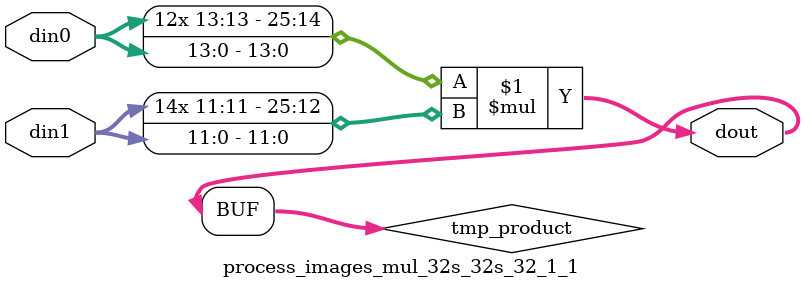
<source format=v>

`timescale 1 ns / 1 ps

 module process_images_mul_32s_32s_32_1_1(din0, din1, dout);
parameter ID = 1;
parameter NUM_STAGE = 0;
parameter din0_WIDTH = 14;
parameter din1_WIDTH = 12;
parameter dout_WIDTH = 26;

input [din0_WIDTH - 1 : 0] din0; 
input [din1_WIDTH - 1 : 0] din1; 
output [dout_WIDTH - 1 : 0] dout;

wire signed [dout_WIDTH - 1 : 0] tmp_product;



























assign tmp_product = $signed(din0) * $signed(din1);








assign dout = tmp_product;





















endmodule

</source>
